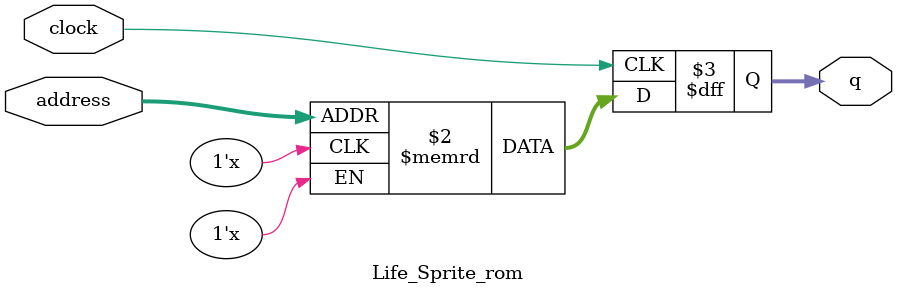
<source format=sv>
module Life_Sprite_rom (
	input logic clock,
	input logic [6:0] address,
	output logic [1:0] q
);

logic [1:0] memory [0:99] /* synthesis ram_init_file = "./Life_Sprite/Life_Sprite.mif" */;

always_ff @ (posedge clock) begin
	q <= memory[address];
end

endmodule

</source>
